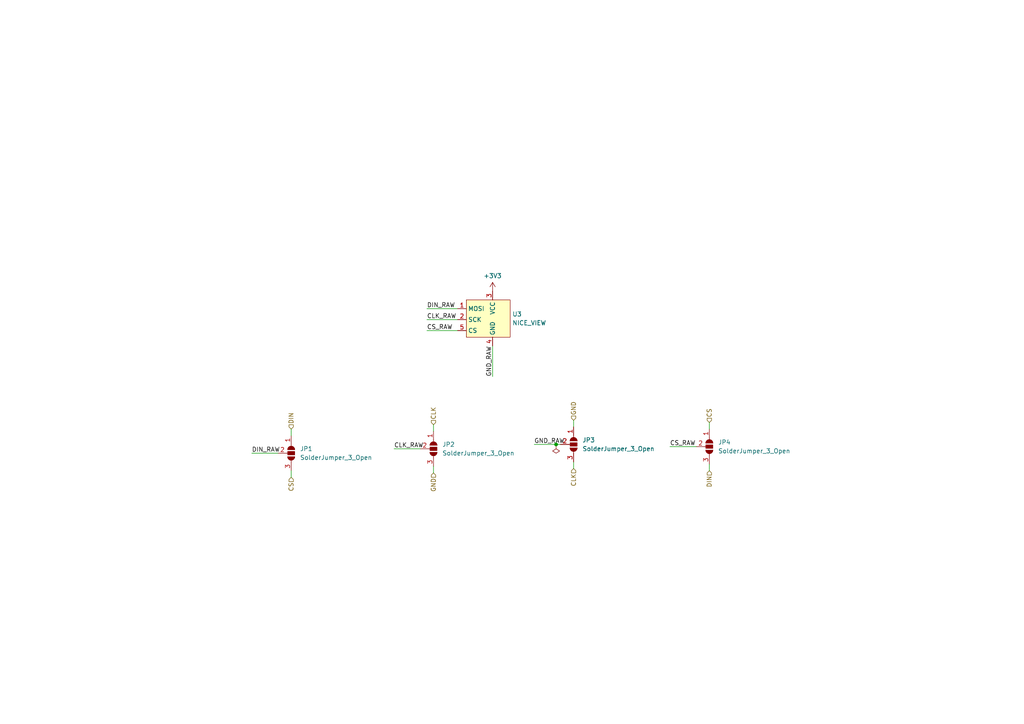
<source format=kicad_sch>
(kicad_sch (version 20230121) (generator eeschema)
  (paper "A4")
  (lib_symbols
    (symbol "Display_Custom:NICE_VIEW"
      (property "Reference" "U" (at -6.35 -6.35 0))
      (property "Value" "NICE_VIEW" (at -5.715 7.62 0))
      (symbol "NICE_VIEW_1_1"
        (rectangle (start -6.35 5.715) (end 6.35 -5.08) (fill (type background)))
        (pin input line (at -8.89 3.175 0) (length 2.54) (name "MOSI") (number "1"))
        (pin input line (at -8.89 0 0) (length 2.54) (name "SCK") (number "2"))
        (pin power_in line (at 1.27 8.255 270) (length 2.54) (name "VCC") (number "3"))
        (pin power_in line (at 1.27 -7.62 90) (length 2.54) (name "GND") (number "4"))
        (pin input line (at -8.89 -3.175 0) (length 2.54) (name "CS") (number "5"))
      )
    )
    (symbol "Jumper:SolderJumper_3_Open" (pin_names (offset 0) hide)
      (property "Reference" "JP" (at -2.54 -2.54 0))
      (property "Value" "SolderJumper_3_Open" (at 0 2.794 0))
      (symbol "SolderJumper_3_Open_0_1"
        (arc (start -1.016 1.016) (mid -2.0276 0) (end -1.016 -1.016))
        (arc (start -1.016 1.016) (mid -2.0276 0) (end -1.016 -1.016) (fill (type outline)))
        (rectangle (start -0.508 1.016) (end 0.508 -1.016) (fill (type outline)))
        (polyline (pts (xy -2.54 0) (xy -2.032 0)))
        (polyline (pts (xy -1.016 1.016) (xy -1.016 -1.016)))
        (polyline (pts (xy 0 -1.27) (xy 0 -1.016)))
        (polyline (pts (xy 1.016 1.016) (xy 1.016 -1.016)))
        (polyline (pts (xy 2.54 0) (xy 2.032 0)))
        (arc (start 1.016 -1.016) (mid 2.0276 0) (end 1.016 1.016))
        (arc (start 1.016 -1.016) (mid 2.0276 0) (end 1.016 1.016) (fill (type outline)))
      )
      (symbol "SolderJumper_3_Open_1_1"
        (pin passive line (at -5.08 0 0) (length 2.54) (name "A") (number "1"))
        (pin passive line (at 0 -3.81 90) (length 2.54) (name "C") (number "2"))
        (pin passive line (at 5.08 0 180) (length 2.54) (name "B") (number "3"))
      )
    )
    (symbol "power:+3V3" (power) (pin_names (offset 0))
      (property "Value" "+3V3" (at 0 3.556 0))
      (symbol "+3V3_0_1"
        (polyline (pts (xy -0.762 1.27) (xy 0 2.54)))
        (polyline (pts (xy 0 0) (xy 0 2.54)))
        (polyline (pts (xy 0 2.54) (xy 0.762 1.27)))
      )
      (symbol "+3V3_1_1"
        (pin power_in line (at 0 0 90) (length 0) hide (name "+3V3") (number "1"))
      )
    )
    (symbol "power:PWR_FLAG" (power) (pin_numbers hide) (pin_names (offset 0) hide)
      (property "Value" "PWR_FLAG" (at 0 3.81 0))
      (symbol "PWR_FLAG_0_0"
        (pin power_out line (at 0 0 90) (length 0) (name "pwr") (number "1"))
      )
      (symbol "PWR_FLAG_0_1"
        (polyline (pts (xy 0 0) (xy 0 1.27) (xy -1.016 1.905) (xy 0 2.54) (xy 1.016 1.905) (xy 0 1.27)))
      )
    )
  )
  (junction (at 161.29 128.905))
  (wire (pts (xy 84.455 138.43) (xy 84.455 136.525)))
  (wire (pts (xy 125.73 137.16) (xy 125.73 135.255)))
  (wire (pts (xy 154.94 128.905) (xy 161.29 128.905)))
  (wire (pts (xy 84.455 124.46) (xy 84.455 126.365)))
  (wire (pts (xy 166.37 121.92) (xy 166.37 123.825)))
  (wire (pts (xy 194.31 129.54) (xy 201.93 129.54)))
  (wire (pts (xy 205.74 136.525) (xy 205.74 134.62)))
  (wire (pts (xy 123.825 89.535) (xy 132.715 89.535)))
  (wire (pts (xy 114.3 130.175) (xy 121.92 130.175)))
  (wire (pts (xy 123.825 95.885) (xy 132.715 95.885)))
  (wire (pts (xy 125.73 123.19) (xy 125.73 125.095)))
  (wire (pts (xy 142.875 109.22) (xy 142.875 100.33)))
  (wire (pts (xy 205.74 122.555) (xy 205.74 124.46)))
  (wire (pts (xy 161.29 128.905) (xy 162.56 128.905)))
  (wire (pts (xy 123.825 92.71) (xy 132.715 92.71)))
  (wire (pts (xy 166.37 135.89) (xy 166.37 133.985)))
  (wire (pts (xy 73.025 131.445) (xy 80.645 131.445)))
  (label "CLK_RAW" (at 123.825 92.71 0))
  (label "DIN_RAW" (at 123.825 89.535 0))
  (label "CS_RAW" (at 194.31 129.54 0))
  (label "CS_RAW" (at 123.825 95.885 0))
  (label "DIN_RAW" (at 73.025 131.445 0))
  (label "GND_RAW" (at 142.875 109.22 90))
  (label "CLK_RAW" (at 114.3 130.175 0))
  (label "GND_RAW" (at 154.94 128.905 0))
  (hierarchical_label "CLK" (shape input) (at 166.37 135.89 270))
  (hierarchical_label "CS" (shape input) (at 205.74 122.555 90))
  (hierarchical_label "GND" (shape input) (at 166.37 121.92 90))
  (hierarchical_label "CS" (shape input) (at 84.455 138.43 270))
  (hierarchical_label "DIN" (shape input) (at 205.74 136.525 270))
  (hierarchical_label "CLK" (shape input) (at 125.73 123.19 90))
  (hierarchical_label "DIN" (shape input) (at 84.455 124.46 90))
  (hierarchical_label "GND" (shape input) (at 125.73 137.16 270))
  (symbol (lib_id "Jumper:SolderJumper_3_Open") (at 166.37 128.905 270) (unit 1)
    (property "Reference" "JP3" (at 168.91 127.635 90) (effects (justify left)))
    (property "Value" "SolderJumper_3_Open" (at 168.91 130.175 90) (effects (justify left)))
    (property "Footprint" "Jumper_Custom:Double_Sided_Jumper" (effects hide))
  )
  (symbol (lib_id "Jumper:SolderJumper_3_Open") (at 84.455 131.445 270) (unit 1)
    (property "Reference" "JP1" (at 86.995 130.175 90) (effects (justify left)))
    (property "Value" "SolderJumper_3_Open" (at 86.995 132.715 90) (effects (justify left)))
    (property "Footprint" "Jumper_Custom:Double_Sided_Jumper" (effects hide))
  )
  (symbol (lib_id "Jumper:SolderJumper_3_Open") (at 125.73 130.175 270) (unit 1)
    (property "Reference" "JP2" (at 128.27 128.905 90) (effects (justify left)))
    (property "Value" "SolderJumper_3_Open" (at 128.27 131.445 90) (effects (justify left)))
    (property "Footprint" "Jumper_Custom:Double_Sided_Jumper" (effects hide))
  )
  (symbol (lib_id "power:+3V3") (at 142.875 84.455 0) (unit 1)
    (property "Reference" "#PWR?" (effects hide))
    (property "Value" "+3V3" (at 142.875 80.01 0))
    (instances (project "DodoKeyboard" (path "" (reference "#PWR?") (unit 1)) (path "" (reference "#PWR053") (unit 1))))
  )
  (symbol (lib_id "Jumper:SolderJumper_3_Open") (at 205.74 129.54 270) (unit 1)
    (property "Reference" "JP4" (at 208.28 128.27 90) (effects (justify left)))
    (property "Value" "SolderJumper_3_Open" (at 208.28 130.81 90) (effects (justify left)))
    (property "Footprint" "Jumper_Custom:Double_Sided_Jumper" (effects hide))
  )
  (symbol (lib_id "Display_Custom:NICE_VIEW") (at 141.605 92.71 0) (unit 1)
    (property "Reference" "U3" (at 148.59 91.1225 0) (effects (justify left)))
    (property "Value" "NICE_VIEW" (at 148.59 93.6625 0) (effects (justify left)))
    (property "Footprint" "Display_Custom:NICE_VIEW" (effects hide))
  )
  (symbol (lib_id "power:PWR_FLAG") (at 161.29 128.905 180) (unit 1)
    (property "Reference" "#FLG?" (effects hide))
    (property "Value" "PWR_FLAG" (effects hide))
    (instances (project "DodoKeyboard" (path "" (reference "#FLG?") (unit 1)) (path "" (reference "#FLG07") (unit 1))))
  )
)
</source>
